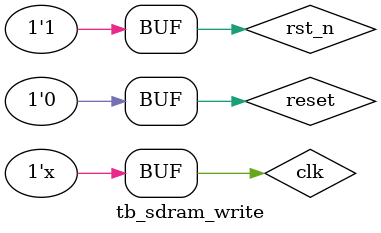
<source format=v>
`timescale 1ns / 1ps

module tb_sdram_write(

    );

    reg          clk             ;
    wire         clk_100M        ;
    wire         clk_100M_shift  ;
    wire         clk_50M         ;
    wire         locked          ;
    reg          rst_n           ;
    
    //复位信号与锁定信号相与,表示真正有效的复位
    wire         locked_rst_n    ;
    
    // init模块输出
    wire [3:0]   init_cmd        ;
    wire [1:0]   init_bank_addr  ;
    wire         init_end        ;
    wire [12:0]  init_addr       ;

    //SDRAM地址、控制线
    wire [3:0]   sdram_cmd        ;
    wire [1:0]   sdram_bank_addr  ;
    wire [12:0]  sdram_addr       ; 
    //SDRAM数据线
    wire [15:0]  sdram_dq         ;
    
    
    //write模块输入
    reg        wr_en            ;   
    reg [15:0] wr_data          ; 
    reg [23:0] wr_addr          ;
    
    
    //write模块输出
    wire [3:0]  wr_cmd          ;
    wire [1:0]  wr_bank_addr    ;
    wire [12:0] wr_sdram_addr   ;
    wire [15:0] wr_sdram_data   ;
    wire        wr_end          ;
    wire        wr_ack          ;
    wire        wr_sdram_en     ;
    
    assign sdram_dq = (wr_sdram_en)? wr_sdram_data: 16'hzzzz;
    
    //clk_gen模块的复位信号高电平有效
    assign reset = ~rst_n;
    
    //复位信号与锁定信号相与
    assign locked_rst_n = rst_n & locked;
    
    //系统时钟和复位
    initial begin
        clk = 1'b1;
        rst_n <= 1'b0;
    #20
        rst_n <= 1'b1;
    end
    
    always#10 clk = ~clk;
    
    
    //重定义sdram仿真模型参数
    defparam sdram_model_plus_init.addr_bits = 13;
    defparam sdram_model_plus_init.data_bits = 16;
    defparam sdram_model_plus_init.col_bits = 9;
    defparam sdram_model_plus_init.mem_sizes = 2*1024*1024;
    
    
    //SDRAM模块地址、控制线
    assign sdram_cmd        = (init_end)?wr_cmd         :init_cmd        ;
    assign sdram_bank_addr  = (init_end)?wr_bank_addr   :init_bank_addr  ;
    assign sdram_addr       = (init_end)?wr_sdram_addr  :init_addr       ;
    
    
    
    //wr_data, 写入数据产生器
    always@(posedge clk_100M or negedge locked_rst_n) begin
        if(!locked_rst_n) begin
            wr_data <= 16'b0;
        end else if(wr_ack) begin
            wr_data <= wr_data + 16'd1;
        end else begin
            wr_data <= wr_data;
        end
    end
    
    //wr_addr
    always@(posedge clk_100M or negedge locked_rst_n) begin
        if(!locked_rst_n) begin
            wr_addr <= 24'b0;
        end else if(wr_ack) begin
            wr_addr <= wr_addr + 24'd1;
        end else begin
            wr_addr <= wr_addr;
        end
    end
    
    //wr_en
    always@(posedge clk_100M or negedge locked_rst_n) begin
        if(!locked_rst_n) begin
            wr_en <= 1'b0;
        end else if(wr_end) begin
            wr_en <= 1'b0;
        end else if(init_end) begin  //仿真时暂时设置为init完成后进行写, 实际上需要仲裁模块决定
            wr_en <= 1'b1;
        end else begin
            wr_en <= wr_en;
        end
    end
    
    
    //时钟生成IP核
      clk_gen clk_gen_inst
   (
        // Clock out ports
        .clk_50M(clk_50M),     
        .clk_100M(clk_100M),     
        .clk_100M_shift(clk_100M_shift),    
        // Status and control signals
        .reset(reset), 
        .locked(locked),       
        // Clock in ports
        .clk_in1(clk)  //50M时钟输入
    
    );
    
    
    
    //sdram仿真模块
    sdram_model_plus sdram_model_plus_init
    (
        .Dq      (sdram_dq          ),  //初始化时没有数据交互,先不连接
        .Addr    (sdram_addr        ),  
        .Ba      (sdram_bank_addr   ), 
        .Clk     (clk_100M_shift    ),   //使用有相位偏移的时钟
        .Cke     (1'b1              ), 
        .Cs_n    (sdram_cmd[3]      ), 
        .Ras_n   (sdram_cmd[2]      ), 
        .Cas_n   (sdram_cmd[1]      ), 
        .We_n    (sdram_cmd[0]      ), 
        .Dqm     (2'b00             ),  //相当于不使用掩码
        .Debug   (1'b1              )
    );    
    
    //初始化模块
    sdram_init sdram_init_inst(
        .clk             (clk_100M      ),  //100MHz
        .rst_n           (locked_rst_n  ),
                          
        .init_cmd        (init_cmd      ),
        .init_bank_addr  (init_bank_addr),
        .init_end        (init_end      ),
        .init_addr       (init_addr     )
    );    
    
    //sdram写模块
    sdram_write sdram_write(
        .clk             (clk_100M        ),
        .rst_n           (locked_rst_n    ),
        .wr_en           (wr_en           ),
        .wr_addr         (wr_addr         ),  //2bit Bank_addr + 13bit Row_addr + 9bit Column_addr
        .wr_data         (wr_data         ),
        .wr_burst_len    (10'd511         ),  //使用full-page

        .wr_cmd          (wr_cmd          ),
        .wr_bank_addr    (wr_bank_addr    ),
        .wr_sdram_addr   (wr_sdram_addr   ),
        .wr_sdram_data   (wr_sdram_data   ),
        .wr_end          (wr_end          ),
        .wr_ack          (wr_ack          ),
        .wr_sdram_en     (wr_sdram_en     )
    );
endmodule

</source>
